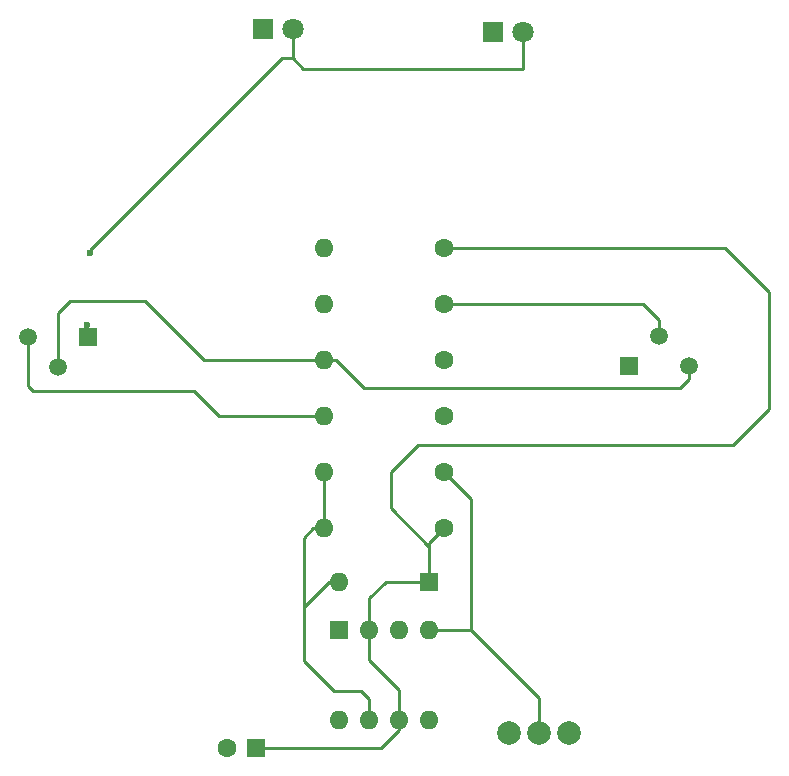
<source format=gbr>
%TF.GenerationSoftware,KiCad,Pcbnew,8.0.1*%
%TF.CreationDate,2024-04-02T10:26:23+02:00*%
%TF.ProjectId,Monster,4d6f6e73-7465-4722-9e6b-696361645f70,rev?*%
%TF.SameCoordinates,Original*%
%TF.FileFunction,Copper,L1,Top*%
%TF.FilePolarity,Positive*%
%FSLAX46Y46*%
G04 Gerber Fmt 4.6, Leading zero omitted, Abs format (unit mm)*
G04 Created by KiCad (PCBNEW 8.0.1) date 2024-04-02 10:26:23*
%MOMM*%
%LPD*%
G01*
G04 APERTURE LIST*
%TA.AperFunction,ComponentPad*%
%ADD10R,1.800000X1.800000*%
%TD*%
%TA.AperFunction,ComponentPad*%
%ADD11C,1.800000*%
%TD*%
%TA.AperFunction,ComponentPad*%
%ADD12C,1.600000*%
%TD*%
%TA.AperFunction,ComponentPad*%
%ADD13O,1.600000X1.600000*%
%TD*%
%TA.AperFunction,ComponentPad*%
%ADD14R,1.600000X1.600000*%
%TD*%
%TA.AperFunction,ComponentPad*%
%ADD15C,1.500000*%
%TD*%
%TA.AperFunction,ComponentPad*%
%ADD16R,1.500000X1.500000*%
%TD*%
%TA.AperFunction,ComponentPad*%
%ADD17C,2.000000*%
%TD*%
%TA.AperFunction,ViaPad*%
%ADD18C,0.600000*%
%TD*%
%TA.AperFunction,Conductor*%
%ADD19C,0.250000*%
%TD*%
G04 APERTURE END LIST*
D10*
%TO.P,D1,1,K*%
%TO.N,Net-(D1-K)*%
X53492000Y-46252000D03*
D11*
%TO.P,D1,2,A*%
%TO.N,Net-(D1-A)*%
X56032000Y-46252000D03*
%TD*%
D10*
%TO.P,D2,1,K*%
%TO.N,Net-(D1-K)*%
X72992000Y-46552000D03*
D11*
%TO.P,D2,2,A*%
%TO.N,Net-(D1-A)*%
X75532000Y-46552000D03*
%TD*%
D12*
%TO.P,R3,1*%
%TO.N,Net-(D3-K)*%
X68842000Y-64802000D03*
D13*
%TO.P,R3,2*%
%TO.N,Net-(Q1-B)*%
X58682000Y-64802000D03*
%TD*%
D12*
%TO.P,R5,1*%
%TO.N,Net-(S1-E)*%
X68842000Y-74302000D03*
D13*
%TO.P,R5,2*%
%TO.N,Net-(Q1-C)*%
X58682000Y-74302000D03*
%TD*%
D14*
%TO.P,D3,1,K*%
%TO.N,Net-(D3-K)*%
X67572000Y-93052000D03*
D13*
%TO.P,D3,2,A*%
%TO.N,Net-(D3-A)*%
X59952000Y-93052000D03*
%TD*%
D14*
%TO.P,U1,1,GND*%
%TO.N,Net-(D1-K)*%
X59962000Y-97152000D03*
D13*
%TO.P,U1,2,TR*%
%TO.N,Net-(D3-K)*%
X62502000Y-97152000D03*
%TO.P,U1,3,Q*%
%TO.N,unconnected-(U1-Q-Pad3)*%
X65042000Y-97152000D03*
%TO.P,U1,4,R*%
%TO.N,Net-(S1-E)*%
X67582000Y-97152000D03*
%TO.P,U1,5,CV*%
%TO.N,unconnected-(U1-CV-Pad5)*%
X67582000Y-104772000D03*
%TO.P,U1,6,THR*%
%TO.N,Net-(D3-K)*%
X65042000Y-104772000D03*
%TO.P,U1,7,DIS*%
%TO.N,Net-(D3-A)*%
X62502000Y-104772000D03*
%TO.P,U1,8,VCC*%
%TO.N,Net-(S1-E)*%
X59962000Y-104772000D03*
%TD*%
D14*
%TO.P,C1,1*%
%TO.N,Net-(D3-K)*%
X52964380Y-107152000D03*
D12*
%TO.P,C1,2*%
%TO.N,Net-(D1-K)*%
X50464380Y-107152000D03*
%TD*%
D15*
%TO.P,Q1,1,E*%
%TO.N,Net-(Q1-C)*%
X89562000Y-74802000D03*
%TO.P,Q1,2,B*%
%TO.N,Net-(Q1-B)*%
X87022000Y-72262000D03*
D16*
%TO.P,Q1,3,C*%
%TO.N,Net-(D1-K)*%
X84482000Y-74802000D03*
%TD*%
D12*
%TO.P,R1off1,1*%
%TO.N,Net-(S1-E)*%
X68842000Y-83802000D03*
D13*
%TO.P,R1off1,2*%
%TO.N,Net-(D3-A)*%
X58682000Y-83802000D03*
%TD*%
D12*
%TO.P,R6,1*%
%TO.N,Net-(S1-E)*%
X68842000Y-79052000D03*
D13*
%TO.P,R6,2*%
%TO.N,Net-(Q2-C)*%
X58682000Y-79052000D03*
%TD*%
D12*
%TO.P,R4,1*%
%TO.N,Net-(Q1-B)*%
X68842000Y-69552000D03*
D13*
%TO.P,R4,2*%
%TO.N,Net-(D1-K)*%
X58682000Y-69552000D03*
%TD*%
D12*
%TO.P,R2on2,1*%
%TO.N,Net-(D3-K)*%
X68842000Y-88552000D03*
D13*
%TO.P,R2on2,2*%
%TO.N,Net-(D3-A)*%
X58682000Y-88552000D03*
%TD*%
D17*
%TO.P,S1,1,A*%
%TO.N,Net-(S1-A-Pad1)*%
X79412000Y-105902000D03*
%TO.P,S1,2,E*%
%TO.N,Net-(S1-E)*%
X76872000Y-105902000D03*
%TO.P,S1,3,A*%
%TO.N,unconnected-(S1-A-Pad3)*%
X74332000Y-105902000D03*
%TD*%
D15*
%TO.P,Q2,1,E*%
%TO.N,Net-(Q2-C)*%
X33604000Y-72314000D03*
%TO.P,Q2,2,B*%
%TO.N,Net-(Q1-C)*%
X36144000Y-74854000D03*
D16*
%TO.P,Q2,3,C*%
%TO.N,Net-(D1-A)*%
X38684000Y-72314000D03*
%TD*%
D18*
%TO.N,Net-(D1-A)*%
X38608000Y-71374000D03*
X38862000Y-65278000D03*
%TD*%
D19*
%TO.N,Net-(D3-K)*%
X67572000Y-89822000D02*
X68842000Y-88552000D01*
X96342000Y-68504000D02*
X96342000Y-78410000D01*
X67572000Y-90094000D02*
X67572000Y-89822000D01*
X67572000Y-93052000D02*
X63920000Y-93052000D01*
X64338000Y-86860000D02*
X67572000Y-90094000D01*
X66624000Y-81458000D02*
X64338000Y-83744000D01*
X64338000Y-83744000D02*
X64338000Y-86860000D01*
X92640000Y-64802000D02*
X96342000Y-68504000D01*
X67572000Y-93052000D02*
X67572000Y-90094000D01*
X62502000Y-94470000D02*
X62502000Y-97152000D01*
X63536000Y-107152000D02*
X52964380Y-107152000D01*
X68842000Y-64802000D02*
X92640000Y-64802000D01*
X96342000Y-78410000D02*
X93294000Y-81458000D01*
X65042000Y-105646000D02*
X63536000Y-107152000D01*
X65042000Y-102228000D02*
X65042000Y-104772000D01*
X63920000Y-93052000D02*
X62502000Y-94470000D01*
X62502000Y-97152000D02*
X62502000Y-99688000D01*
X93294000Y-81458000D02*
X66624000Y-81458000D01*
X65042000Y-104772000D02*
X65042000Y-105646000D01*
X62502000Y-99688000D02*
X65042000Y-102228000D01*
%TO.N,Net-(D1-A)*%
X38862000Y-65024000D02*
X38862000Y-65278000D01*
X56032000Y-48768000D02*
X55118000Y-48768000D01*
X75532000Y-46552000D02*
X75532000Y-49690000D01*
X75532000Y-49690000D02*
X56954000Y-49690000D01*
X56954000Y-49690000D02*
X56032000Y-48768000D01*
X56032000Y-48768000D02*
X56032000Y-46252000D01*
X55118000Y-48768000D02*
X38862000Y-65024000D01*
%TO.N,Net-(D3-A)*%
X57752000Y-88552000D02*
X58682000Y-88552000D01*
X59512000Y-102286000D02*
X61798000Y-102286000D01*
X56972000Y-95174000D02*
X56972000Y-99746000D01*
X56972000Y-99746000D02*
X59512000Y-102286000D01*
X62502000Y-102990000D02*
X62502000Y-104772000D01*
X59952000Y-93052000D02*
X59094000Y-93052000D01*
X56972000Y-89332000D02*
X57752000Y-88552000D01*
X61798000Y-102286000D02*
X62502000Y-102990000D01*
X58682000Y-83802000D02*
X58682000Y-88552000D01*
X56972000Y-95174000D02*
X56972000Y-89332000D01*
X59094000Y-93052000D02*
X56972000Y-95174000D01*
%TO.N,Net-(Q1-B)*%
X87022000Y-70868000D02*
X87022000Y-72262000D01*
X85706000Y-69552000D02*
X87022000Y-70868000D01*
X68842000Y-69552000D02*
X85706000Y-69552000D01*
%TO.N,Net-(Q1-C)*%
X43510000Y-69266000D02*
X37160000Y-69266000D01*
X58682000Y-74302000D02*
X59722000Y-74302000D01*
X88824000Y-76632000D02*
X89562000Y-75894000D01*
X89562000Y-75894000D02*
X89562000Y-74802000D01*
X48546000Y-74302000D02*
X43510000Y-69266000D01*
X37160000Y-69266000D02*
X36144000Y-70282000D01*
X62052000Y-76632000D02*
X88824000Y-76632000D01*
X36144000Y-70282000D02*
X36144000Y-74854000D01*
X59722000Y-74302000D02*
X62052000Y-76632000D01*
X58682000Y-74302000D02*
X48546000Y-74302000D01*
%TO.N,Net-(Q2-C)*%
X49740000Y-79052000D02*
X49784000Y-79052000D01*
X47694000Y-76962000D02*
X49784000Y-79052000D01*
X34036000Y-76962000D02*
X47694000Y-76962000D01*
X33604000Y-72314000D02*
X33604000Y-76530000D01*
X33604000Y-76530000D02*
X34036000Y-76962000D01*
X49784000Y-79052000D02*
X58682000Y-79052000D01*
%TO.N,Net-(S1-E)*%
X71142000Y-97152000D02*
X76872000Y-102882000D01*
X71142000Y-86102000D02*
X71142000Y-97152000D01*
X76872000Y-102882000D02*
X76872000Y-105902000D01*
X67582000Y-97152000D02*
X71142000Y-97152000D01*
X68842000Y-83802000D02*
X71142000Y-86102000D01*
%TD*%
M02*

</source>
